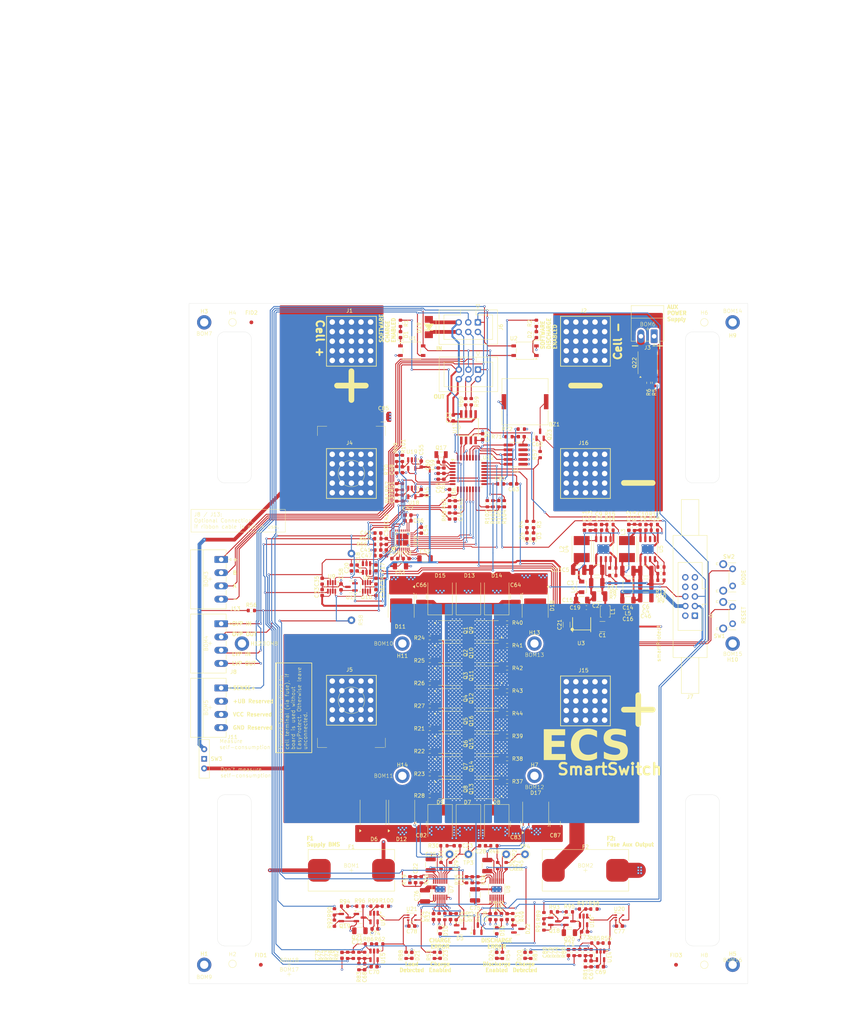
<source format=kicad_pcb>
(kicad_pcb
	(version 20240108)
	(generator "pcbnew")
	(generator_version "8.0")
	(general
		(thickness 1.74)
		(legacy_teardrops no)
	)
	(paper "A3" portrait)
	(layers
		(0 "F.Cu" signal)
		(1 "In1.Cu" signal)
		(2 "In2.Cu" signal)
		(3 "In3.Cu" signal)
		(4 "In4.Cu" signal)
		(31 "B.Cu" signal)
		(32 "B.Adhes" user "B.Adhesive")
		(33 "F.Adhes" user "F.Adhesive")
		(34 "B.Paste" user)
		(35 "F.Paste" user)
		(36 "B.SilkS" user "B.Silkscreen")
		(37 "F.SilkS" user "F.Silkscreen")
		(38 "B.Mask" user)
		(39 "F.Mask" user)
		(40 "Dwgs.User" user "User.Drawings")
		(41 "Cmts.User" user "User.Comments")
		(42 "Eco1.User" user "User.Eco1")
		(43 "Eco2.User" user "User.Eco2")
		(44 "Edge.Cuts" user)
		(45 "Margin" user)
		(46 "B.CrtYd" user "B.Courtyard")
		(47 "F.CrtYd" user "F.Courtyard")
		(48 "B.Fab" user)
		(49 "F.Fab" user)
		(50 "User.1" user)
		(51 "User.2" user "User.2 -Bemaßung")
		(52 "User.3" user "User.3 - Heatsink")
		(53 "User.4" user)
		(54 "User.5" user)
		(55 "User.6" user)
		(56 "User.7" user)
		(57 "User.8" user)
		(58 "User.9" user)
	)
	(setup
		(stackup
			(layer "F.SilkS"
				(type "Top Silk Screen")
			)
			(layer "F.Paste"
				(type "Top Solder Paste")
			)
			(layer "F.Mask"
				(type "Top Solder Mask")
				(thickness 0.01)
			)
			(layer "F.Cu"
				(type "copper")
				(thickness 0.07)
			)
			(layer "dielectric 1"
				(type "prepreg")
				(thickness 0.1)
				(material "FR4")
				(epsilon_r 4.5)
				(loss_tangent 0.02)
			)
			(layer "In1.Cu"
				(type "copper")
				(thickness 0.07)
			)
			(layer "dielectric 2"
				(type "core")
				(thickness 0.535)
				(material "FR4")
				(epsilon_r 4.5)
				(loss_tangent 0.02)
			)
			(layer "In2.Cu"
				(type "copper")
				(thickness 0.07)
			)
			(layer "dielectric 3"
				(type "prepreg")
				(thickness 0.1)
				(material "FR4")
				(epsilon_r 4.5)
				(loss_tangent 0.02)
			)
			(layer "In3.Cu"
				(type "copper")
				(thickness 0.035)
			)
			(layer "dielectric 4"
				(type "core")
				(thickness 0.535)
				(material "FR4")
				(epsilon_r 4.5)
				(loss_tangent 0.02)
			)
			(layer "In4.Cu"
				(type "copper")
				(thickness 0.035)
			)
			(layer "dielectric 5"
				(type "prepreg")
				(thickness 0.1)
				(material "FR4")
				(epsilon_r 4.5)
				(loss_tangent 0.02)
			)
			(layer "B.Cu"
				(type "copper")
				(thickness 0.07)
			)
			(layer "B.Mask"
				(type "Bottom Solder Mask")
				(thickness 0.01)
			)
			(layer "B.Paste"
				(type "Bottom Solder Paste")
			)
			(layer "B.SilkS"
				(type "Bottom Silk Screen")
			)
			(copper_finish "None")
			(dielectric_constraints no)
		)
		(pad_to_mask_clearance 0)
		(allow_soldermask_bridges_in_footprints no)
		(grid_origin 174 300)
		(pcbplotparams
			(layerselection 0x00010fc_ffffffff)
			(plot_on_all_layers_selection 0x0000000_00000000)
			(disableapertmacros no)
			(usegerberextensions no)
			(usegerberattributes yes)
			(usegerberadvancedattributes yes)
			(creategerberjobfile yes)
			(dashed_line_dash_ratio 12.000000)
			(dashed_line_gap_ratio 3.000000)
			(svgprecision 4)
			(plotframeref no)
			(viasonmask no)
			(mode 1)
			(useauxorigin no)
			(hpglpennumber 1)
			(hpglpenspeed 20)
			(hpglpendiameter 15.000000)
			(pdf_front_fp_property_popups yes)
			(pdf_back_fp_property_popups yes)
			(dxfpolygonmode yes)
			(dxfimperialunits yes)
			(dxfusepcbnewfont yes)
			(psnegative no)
			(psa4output no)
			(plotreference yes)
			(plotvalue yes)
			(plotfptext yes)
			(plotinvisibletext no)
			(sketchpadsonfab no)
			(subtractmaskfromsilk no)
			(outputformat 1)
			(mirror no)
			(drillshape 1)
			(scaleselection 1)
			(outputdirectory "")
		)
	)
	(net 0 "")
	(net 1 "Net-(D1-K)")
	(net 2 "GND")
	(net 3 "Net-(D2-K)")
	(net 4 "VCC")
	(net 5 "Net-(D1-A)")
	(net 6 "BAT+CONTROLED")
	(net 7 "Net-(C10-Pad1)")
	(net 8 "5V5")
	(net 9 "Net-(U3-SS)")
	(net 10 "5V0")
	(net 11 "VREF")
	(net 12 "/ps/in")
	(net 13 "Net-(J3-2)")
	(net 14 "/greenMeter/ISENSE_FAST+")
	(net 15 "/greenMeter/ISENSE_PREZ+")
	(net 16 "/greenMeter/ISENSE_PREZ-")
	(net 17 "Net-(Q4-G)")
	(net 18 "/greenMeter/ISENSE_FAST-")
	(net 19 "Net-(Q5-G)")
	(net 20 "Net-(Q6-G)")
	(net 21 "Net-(Q7-G)")
	(net 22 "Net-(Q8-G)")
	(net 23 "/greenMeter/NRST")
	(net 24 "Net-(U18-+IN)")
	(net 25 "Net-(D4-A)")
	(net 26 "Net-(J3-1)")
	(net 27 "/greenMeter/RS485_D")
	(net 28 "Net-(U19-+IN)")
	(net 29 "Net-(U22-CAPN)")
	(net 30 "/greenMeter/RS485_R")
	(net 31 "/greenMeter/SPI1_MOSI")
	(net 32 "/greenMeter/ADC_START")
	(net 33 "/greenMeter/SPI1_MISO")
	(net 34 "/greenMeter/ADC_DRDY")
	(net 35 "/greenMeter/ADC_RESET")
	(net 36 "/greenMeter/ADC_CS")
	(net 37 "/greenMeter/SPI1_SCK")
	(net 38 "/OVP_IN")
	(net 39 "/chargeControl/SNS+")
	(net 40 "/chargeControl/SNS-")
	(net 41 "/LVP_IN")
	(net 42 "/OVP_OUT")
	(net 43 "/LVP_OUT")
	(net 44 "Net-(Q1-G)")
	(net 45 "Net-(Q2-G)")
	(net 46 "Net-(Q3-G)")
	(net 47 "/greenMeter/CHARGE_ENABLED")
	(net 48 "/greenMeter/DISCHARGE_ENABLED")
	(net 49 "/greenMeter/AUX_EN")
	(net 50 "/greenMeter/ISENSE+")
	(net 51 "/greenMeter/ISENSE-")
	(net 52 "/greenMeter/SWCLK")
	(net 53 "/switchControl/CHG_DETECTED")
	(net 54 "Net-(U17-+)")
	(net 55 "/switchControl/LOAD_DETECTED")
	(net 56 "unconnected-(J7-Pin_7-Pad7)")
	(net 57 "/greenMeter/USENSE_SHUNT_BUF")
	(net 58 "/greenMeter/USENSE+_BUF")
	(net 59 "/greenMeter/SWDIO")
	(net 60 "/CHARGE_CONTROL")
	(net 61 "Net-(Q22-G)")
	(net 62 "Net-(U12-PA10{slash}NC)")
	(net 63 "Net-(Q13-G)")
	(net 64 "Net-(Q14-G)")
	(net 65 "Net-(Q15-G)")
	(net 66 "Net-(Q16-G)")
	(net 67 "/BUS_+5V")
	(net 68 "Net-(U4-VIN)")
	(net 69 "Net-(U4-BST)")
	(net 70 "Net-(U4-SW)")
	(net 71 "Net-(U5-SW)")
	(net 72 "Net-(U5-BST)")
	(net 73 "Net-(C11-Pad1)")
	(net 74 "Net-(U4-FB)")
	(net 75 "Net-(U5-FB)")
	(net 76 "Net-(C11-Pad2)")
	(net 77 "Net-(C12-Pad2)")
	(net 78 "Net-(U6-FILTER)")
	(net 79 "Net-(U7-SNS-)")
	(net 80 "Net-(C23-Pad1)")
	(net 81 "Net-(U7-TIMER)")
	(net 82 "Net-(U8-SNS-)")
	(net 83 "Net-(U8-TIMER)")
	(net 84 "Net-(U22-CAPP)")
	(net 85 "Net-(U12-PC14)")
	(net 86 "Net-(U12-PC15)")
	(net 87 "Net-(U12-PC6)")
	(net 88 "Net-(Q20-C)")
	(net 89 "Net-(Q21-C)")
	(net 90 "Net-(D2-A)")
	(net 91 "Net-(D3-A)")
	(net 92 "/BUS_GND")
	(net 93 "/BUS_B")
	(net 94 "Net-(D10-K)")
	(net 95 "Net-(D16-K)")
	(net 96 "Net-(D20-A)")
	(net 97 "Net-(D21-A)")
	(net 98 "/BUS_A")
	(net 99 "/chargeControl/vcc_int")
	(net 100 "/dischargeControl/vcc_int")
	(net 101 "unconnected-(D5-NC-Pad2)")
	(net 102 "unconnected-(D22-NC-Pad2)")
	(net 103 "Net-(Q9-G)")
	(net 104 "Net-(Q10-G)")
	(net 105 "Net-(Q11-G)")
	(net 106 "Net-(Q12-G)")
	(net 107 "Net-(U4-EN{slash}UVLO)")
	(net 108 "Net-(U5-EN{slash}UVLO)")
	(net 109 "Net-(U4-RON)")
	(net 110 "Net-(U5-RON)")
	(net 111 "Net-(U7-TGDN)")
	(net 112 "Net-(U7-ISET)")
	(net 113 "Net-(U7-TGUP)")
	(net 114 "Net-(U7-VCCUV)")
	(net 115 "Net-(U8-TGDN)")
	(net 116 "Net-(U8-ISET)")
	(net 117 "Net-(U8-TGUP)")
	(net 118 "Net-(U8-VCCUV)")
	(net 119 "Net-(U15-+)")
	(net 120 "Net-(U14-+)")
	(net 121 "Net-(U14--)")
	(net 122 "Net-(Q18-B)")
	(net 123 "Net-(Q19-B)")
	(net 124 "Net-(Q18-C)")
	(net 125 "Net-(Q19-C)")
	(net 126 "Net-(U16-+)")
	(net 127 "Net-(U7-IMON)")
	(net 128 "Net-(U8-IMON)")
	(net 129 "Net-(U11-V_{OUT})")
	(net 130 "Net-(U16-Pad1)")
	(net 131 "Net-(U17-Pad1)")
	(net 132 "/LOAD_CONTROL")
	(net 133 "/chargeControl/SWITCH_OUT")
	(net 134 "/chargeControl/SWITCH_IN")
	(net 135 "/chargeControl/BST")
	(net 136 "/dischargeControl/BST")
	(net 137 "/U_SENSE+")
	(net 138 "/greenMeter/LVP_SENSE_DIV")
	(net 139 "/greenMeter/OVP_SENSE_DIV")
	(net 140 "Net-(D23-A)")
	(net 141 "Net-(D24-A)")
	(net 142 "unconnected-(U4-PGOOD-Pad6)")
	(net 143 "unconnected-(U5-PGOOD-Pad6)")
	(net 144 "/B+Terminal")
	(net 145 "Net-(SW3-B)")
	(net 146 "Net-(BZ1--)")
	(net 147 "/greenMeter/Buzzer")
	(net 148 "/chargeControl/~{Fault}")
	(net 149 "R2{slash}COM")
	(net 150 "Net-(Q23-B)")
	(net 151 "/dischargeControl/~{Fault}")
	(net 152 "Net-(U15--)")
	(net 153 "Net-(U22-REFOUT)")
	(net 154 "Net-(U22-BYPASS)")
	(net 155 "Net-(U13-A)")
	(net 156 "Net-(U13-B)")
	(net 157 "unconnected-(U22-NC-7-Pad25)")
	(net 158 "unconnected-(U22-NC-6-Pad24)")
	(net 159 "unconnected-(U22-NC-8-Pad26)")
	(net 160 "unconnected-(U22-NC-3-Pad21)")
	(net 161 "unconnected-(U22-NC-4-Pad22)")
	(net 162 "unconnected-(U22-NC-9-Pad27)")
	(net 163 "unconnected-(U22-NC-2-Pad20)")
	(net 164 "unconnected-(U22-NC-1-Pad19)")
	(net 165 "unconnected-(U22-NC-5-Pad23)")
	(net 166 "Net-(C28-Pad1)")
	(net 167 "unconnected-(H1-Pad1)")
	(net 168 "unconnected-(H3-Pad1)")
	(net 169 "unconnected-(H5-Pad1)")
	(net 170 "unconnected-(H7-Pad1)")
	(net 171 "unconnected-(H9-Pad1)")
	(net 172 "unconnected-(H10-Pad1)")
	(net 173 "unconnected-(H11-Pad1)")
	(net 174 "unconnected-(H12-Pad1)")
	(net 175 "unconnected-(H13-Pad1)")
	(net 176 "unconnected-(H14-Pad1)")
	(net 177 "Net-(R55-Pad2)")
	(net 178 "Net-(R62-Pad2)")
	(net 179 "~{OC_FAULT}")
	(footprint "Connector_Pin:Pin_D1.0mm_L10.0mm" (layer "F.Cu") (at 169 265.75))
	(footprint "Resistor_SMD:R_0603_1608Metric" (layer "F.Cu") (at 196.75 281 180))
	(footprint "Connector_PinHeader_1.27mm:PinHeader_2x05_P1.27mm_Vertical_SMD" (layer "F.Cu") (at 186.5 160 180))
	(footprint "Capacitor_SMD:C_1210_3225Metric" (layer "F.Cu") (at 164 268.525 -90))
	(footprint "Resistor_SMD:R_0603_1608Metric" (layer "F.Cu") (at 146.5 292.5 90))
	(footprint "Resistor_SMD:R_0603_1608Metric" (layer "F.Cu") (at 156.5 168.5 -90))
	(footprint "Resistor_SMD:R_0603_1608Metric" (layer "F.Cu") (at 169 173 90))
	(footprint "Resistor_SMD:R_0603_1608Metric" (layer "F.Cu") (at 204.25 280.25))
	(footprint "MountingHole:MountingHole_2.2mm_M2_DIN965_Pad" (layer "F.Cu") (at 191.5 245))
	(footprint "Capacitor_SMD:C_0603_1608Metric" (layer "F.Cu") (at 169 170 -90))
	(footprint "myBOM:BOM_PART_2x2mm" (layer "F.Cu") (at 244 295))
	(footprint "Resistor_SMD:R_0603_1608Metric" (layer "F.Cu") (at 221.75 141 -90))
	(footprint "Resistor_SMD:R_0603_1608Metric" (layer "F.Cu") (at 184.25 246.5 180))
	(footprint "Connector_IDC:IDC-Header_2x05_P2.54mm_Latch9.5mm_Vertical" (layer "F.Cu") (at 234 202.62 180))
	(footprint "Capacitor_SMD:C_0603_1608Metric" (layer "F.Cu") (at 166 162.75 90))
	(footprint "Resistor_SMD:R_0603_1608Metric" (layer "F.Cu") (at 150 182.25))
	(footprint "Package_TO_SOT_SMD:TO-252-2" (layer "F.Cu") (at 191.6775 200 -90))
	(footprint "Capacitor_SMD:C_0603_1608Metric" (layer "F.Cu") (at 154.5 187.5))
	(footprint "Resistor_SMD:R_0603_1608Metric" (layer "F.Cu") (at 145 295.5 90))
	(footprint "Capacitor_SMD:C_0603_1608Metric" (layer "F.Cu") (at 170 150.3 -90))
	(footprint "greenMeter_v3:MAXIM_SO08-208" (layer "F.Cu") (at 174 152.75))
	(footprint "Resistor_SMD:R_0603_1608Metric" (layer "F.Cu") (at 183.5 173 90))
	(footprint "LED_SMD:LED_0603_1608Metric" (layer "F.Cu") (at 181.5 286 -90))
	(footprint "Resistor_SMD:R_0603_1608Metric" (layer "F.Cu") (at 200.75 281))
	(footprint "Capacitor_SMD:C_0603_1608Metric" (layer "F.Cu") (at 150 186.75 180))
	(footprint "Package_SO:PowerPAK_SO-8_Single" (layer "F.Cu") (at 169 242.5))
	(footprint "Capacitor_SMD:C_0603_1608Metric" (layer "F.Cu") (at 214 284.75 180))
	(footprint "LED_SMD:LED_0603_1608Metric"
		(layer "F.Cu")
		(uuid "1a9e6380-15e6-47bd-b8cf-226899ae5d43")
		(at 181.5 292.5 -90)
		(descr "LED SMD 0603 (1608 Metric), square (rectangular) end terminal, IPC_7351 nominal, (Body size source: http://www.tortai-tech.com/upload/download/2011102023233369053.pdf), generated with kicad-footprint-generator")
		(tags "LED")
		(property "Reference" "D24"
			(at 0 1.5 90)
			(layer "F.SilkS")
			(uuid "cac47ef5-cae8-48da-acd2-15bba02e332f")
			(effects
				(font
					(size 1 1)
					(thickness 0.15)
				)
			)
		)
		(property "Value" "gn"
			(at 0 1.43 90)
			(layer "F.Fab")
			(uuid "914481b2-7c7b-43a9-95c3-930d4e6a55d5")
			(effects
				(font
					(size 1 1)
					(thickness 0.15)
				)
			)
		)
		(property "Footprint" "LED_SMD:LED_0603_1608Metric"
			(at 0 0 -90)
			(unlocked yes)
			(layer "F.Fab")
			(hide yes)
			(uuid "e7daa59f-114a-49af-9e1e-3c4adfb364e8")
			(effects
				(font
					(size 1.27 1.27)
					(thickness 0.15)
				)
			)
		)
		(property "Datasheet" ""
			(at 0 0 -90)
			(unlocked yes)
			(layer "F.Fab")
			(hide yes)
			(uuid "bb6f05bc-97cd-42c9-b97b-8f0ce65c0b38")
			(effects
				(font
					(size 1.27 1.27)
					(thickness 0.15)
				)
			)
		)
		(property "Description" "150060VS75000 LED GRÜN 40MCD 2V 20MA 0603 SMD"
			(at 0 0 -90)
			(unlocked yes)
			(layer "F.Fab")
			(hide yes)
			(uuid "968ac4d4-6973-42c5-9d5b-59168ce74560")
			(effects
				(font
					(size 1.27 1.27)
					(thickness 0.15)
				)
			)
		)
		(property "Field-1" ""
			(at 0 0 -90)
			(unlocked yes)
			(layer "F.Fab")
			(hide yes)
			(uuid "0afc8f08-3186-4ba8-ac13-0a488406b6e0")
			(effects
				(font
					(size 1 1)
					(thickness 0.15)
				)
			)
		)
		(property "Sim.Device" ""
			(at 0 0 -90)
			(unlocked yes)
			(layer "F.Fab")
			(hide yes)
			(uuid "ac2bf151-ad16-4729-8e6a-ba6d1eb904c8")
			(effects
				(font
					(size 1 1)
					(thickness 0.15)
				)
			)
		)
		(property "Sim.Pins" ""
			(at 0 0 -90)
			(unlocked yes)
			(layer "F.Fab")
			(hide yes)
			(uuid "a58384ec-b6bb-4355-a905-eda86343df22")
			(effects
				(font
					(size 1 1)
					(thickness 0.15)
				)
			)
		)
		(property "ECS Art#" "D185"
			(at 0 0 -90)
			(unlocked yes)
			(layer "F.Fab")
			(hide yes)
			(uuid "911435ab-6769-42a9-be84-67f2386c589c")
			(effects
				(font
					(size 1 1)
					(thickness 0.15)
				)
			)
		)
		(property "HAN" "150 060 VS7 500 0"
			(at 0 0 -90)
			(unlocked yes)
			(layer "F.Fab")
			(hide yes)
			(uuid "df75872c-28d2-40ae-b18f-aa64885c4935")
			(effects
				(font
					(size 1 1)
					(thickness 0.15)
				)
			)
		)
		(property "Hersteller" "Würth"
			(at 0 0 -90)
			(unlocked yes)
			(layer "F.Fab")
			(hide yes)
			(uuid "2a90967a-38ce-4bdf-b79e-17762abb3c3b")
			(effects
				(font
					(size 1 1)
					(thickness 0.15)
				)
			)
		)
		(property ki_fp_filters "LED* LED_SMD:* LED_THT:*")
		(path "/81d06683-0ac5-4428-9aba-04cf8d65750e/019a958f-a5a7-4e79-a11d-d3d3916b29e4")
		(sheetname "switchControl")
		(sheetfile "switch_control.kicad_sch")
		(attr smd)
		(fp_line
			(start -1.485 0.735)
			(end 0.8 0.735)
			(stroke
				(width 0.12)
				(type solid)
			)
			(layer "F.SilkS")
			(uuid "fe5e0c46-b6db-499d-a5f3-24426b2dfae7")
		)
		(fp_line
			(start -1.485 -0.735)
			(end -1.485 0.735)
			(stroke
				(width 0.12)
				(type solid)
			)
			(layer "F.SilkS")
			(uuid "736443b2-14c1-4e48-95b6-ae9665babe4c")
		)
		(fp_line
			(start 0.8 -0.735)
			(end -1.485 -0.735)
			(stroke
				(width 0.12)
				(type solid)
			)
			(layer "F.SilkS")
			(uuid "b7d621e5-f9fe-49ee-a752-fd22944e17ee")
		)
		(fp_line
			(start -1.48 0.73)
			(end -1.48 -0.73)
			(stroke
				(width 0.05)
				(type solid)
			)
			(layer "F.CrtYd")
			(uuid "545b6108-a3b8-4bee-a52a-48c3f386f7a3")
		)
		(fp_line
			(start 1.48 0.73)
			(end -1.48 0.73)
			(stroke
				(width 0.05)
				(type solid)
			)
			(layer "F.CrtYd")
			(uuid "f6f2c496-f072-4743-b095-53f1e741ab7b")
		)
		(fp_line
			(start -1.48 -0.73)
			(end 1.48 -0.73)
			(stroke
				(width 0.05)
				(type solid)
			)
			(layer "F.CrtYd")
			(uuid "ec0d8615-60fd-46e0-9849-7da5a52ad4d6")
		)
		(fp_line
			(start 1.48 -0.73)
			(end 1.48 0.73)
			(stroke
				(width 0.05)
				(type solid)
			)
			(layer "F.CrtYd")
			(uuid "077cdd50-cf16-44b9-bfb9-a82312452cdc")
		)
		(fp_line
			(start -0.8 0.4)
			(end 0.8 0.4)
			(stroke
				(width 0.1)
				(type solid)
			)
			(layer "F.Fab")
			(uuid "16305805-7475-4137-b3c6-659a022bb875")
		)
		(fp_line
			(start 0.8 0.4)
			(end 0.8 -0.4)
			(stroke
				(width 0.1)
				(type solid)
			)
			(layer "F.Fab")
			(uuid "857c03b9-0e06-4cda-b057-c9fefb0eebba")
		)
		(fp_line
			(start -0.8 -0.1)
			(end -0.8 0.4)
			(stroke
				(width 0.1)
				(type solid)
			)
			(layer "F.Fab")
			(uuid "5515374c-11c0-44dc-845d-48496d679dab")
		)
		(fp_line
			(start -0.5 -0.4)
			(end -0.8 -0.1)
			(stroke
				(width 0.1)
				(type solid)
			)
			(layer "F.Fab")
			(uuid "72962f14-f317-4171-b38f-4b4e15de3542")
		)
		(fp_line
			(start 0.8 -0.4)
			(end -0.5 -0.4)
			(stroke
				(width 0.1)
				(type solid)
			)
			(layer "F.Fab")
			(uuid "b2d9e022-a770-4e9d-bcca-85ea24a454cd")
		)
		(fp_text user "${REFERENCE}"
			(at 0 0 90)
			(layer "F.Fab")
			(uuid "209d9414-4939-464b
... [3650001 chars truncated]
</source>
